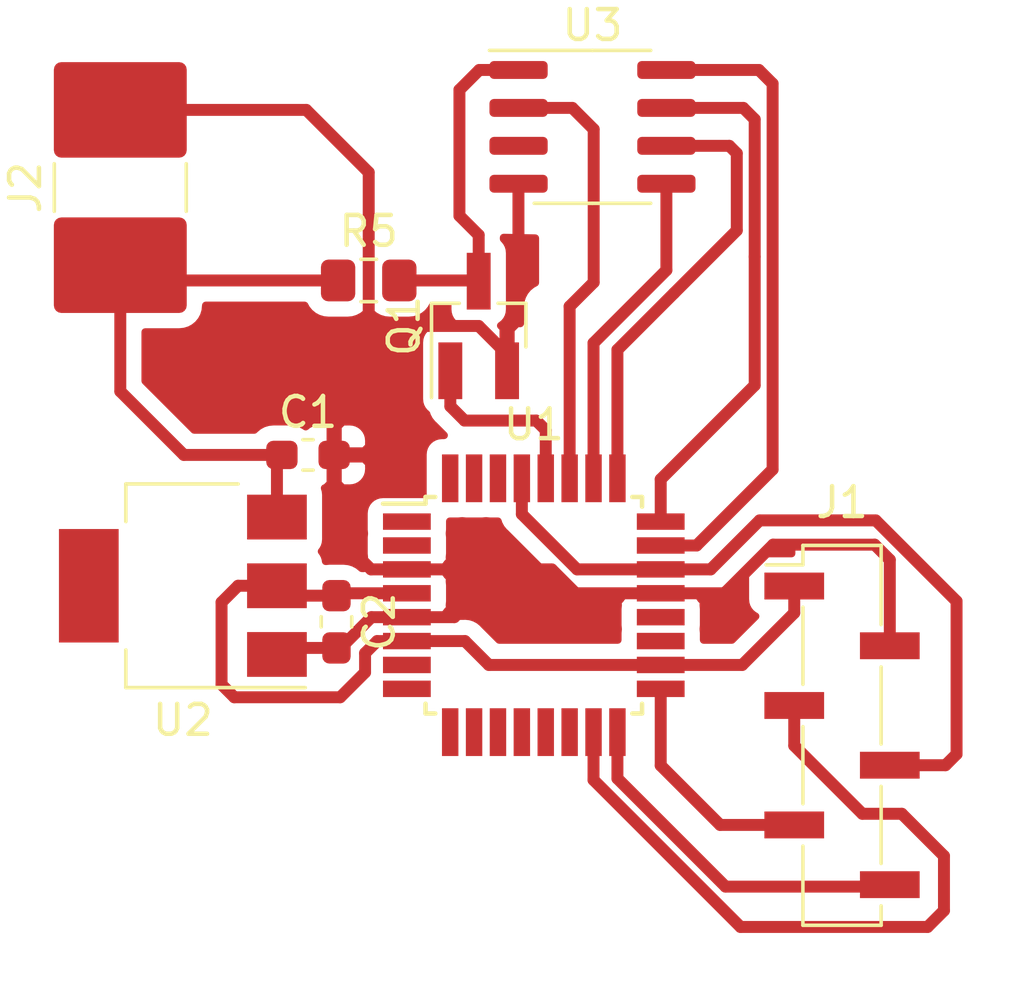
<source format=kicad_pcb>
(kicad_pcb (version 20171130) (host pcbnew 5.1.6-c6e7f7d~86~ubuntu18.04.1)

  (general
    (thickness 1.6)
    (drawings 0)
    (tracks 124)
    (zones 0)
    (modules 9)
    (nets 15)
  )

  (page A4)
  (layers
    (0 F.Cu signal)
    (31 B.Cu signal)
    (32 B.Adhes user)
    (33 F.Adhes user)
    (34 B.Paste user)
    (35 F.Paste user)
    (36 B.SilkS user)
    (37 F.SilkS user)
    (38 B.Mask user)
    (39 F.Mask user)
    (40 Dwgs.User user)
    (41 Cmts.User user)
    (42 Eco1.User user)
    (43 Eco2.User user)
    (44 Edge.Cuts user)
    (45 Margin user)
    (46 B.CrtYd user)
    (47 F.CrtYd user)
    (48 B.Fab user)
    (49 F.Fab user)
  )

  (setup
    (last_trace_width 0.4)
    (user_trace_width 0.4)
    (user_trace_width 1)
    (trace_clearance 0.2)
    (zone_clearance 0.508)
    (zone_45_only no)
    (trace_min 0.2)
    (via_size 0.8)
    (via_drill 0.4)
    (via_min_size 0.4)
    (via_min_drill 0.3)
    (uvia_size 0.3)
    (uvia_drill 0.1)
    (uvias_allowed no)
    (uvia_min_size 0.2)
    (uvia_min_drill 0.1)
    (edge_width 0.05)
    (segment_width 0.2)
    (pcb_text_width 0.3)
    (pcb_text_size 1.5 1.5)
    (mod_edge_width 0.12)
    (mod_text_size 1 1)
    (mod_text_width 0.15)
    (pad_size 1.524 1.524)
    (pad_drill 0.762)
    (pad_to_mask_clearance 0.05)
    (aux_axis_origin 0 0)
    (visible_elements FFFFFF7F)
    (pcbplotparams
      (layerselection 0x00000_7fffffff)
      (usegerberextensions false)
      (usegerberattributes true)
      (usegerberadvancedattributes true)
      (creategerberjobfile true)
      (excludeedgelayer true)
      (linewidth 0.020000)
      (plotframeref false)
      (viasonmask false)
      (mode 1)
      (useauxorigin false)
      (hpglpennumber 1)
      (hpglpenspeed 20)
      (hpglpendiameter 15.000000)
      (psnegative true)
      (psa4output false)
      (plotreference true)
      (plotvalue true)
      (plotinvisibletext false)
      (padsonsilk false)
      (subtractmaskfromsilk false)
      (outputformat 5)
      (mirror false)
      (drillshape 0)
      (scaleselection 1)
      (outputdirectory "./"))
  )

  (net 0 "")
  (net 1 GND)
  (net 2 +12V)
  (net 3 +5V)
  (net 4 "Net-(J1-Pad6)")
  (net 5 "Net-(J1-Pad5)")
  (net 6 "Net-(J1-Pad4)")
  (net 7 "Net-(J1-Pad3)")
  (net 8 "Net-(Q1-Pad3)")
  (net 9 "Net-(Q1-Pad1)")
  (net 10 "Net-(U1-Pad23)")
  (net 11 "Net-(U1-Pad27)")
  (net 12 "Net-(U1-Pad26)")
  (net 13 "Net-(U1-Pad25)")
  (net 14 "Net-(U1-Pad24)")

  (net_class Default "This is the default net class."
    (clearance 0.2)
    (trace_width 0.25)
    (via_dia 0.8)
    (via_drill 0.4)
    (uvia_dia 0.3)
    (uvia_drill 0.1)
    (add_net +12V)
    (add_net +5V)
    (add_net GND)
    (add_net "Net-(J1-Pad3)")
    (add_net "Net-(J1-Pad4)")
    (add_net "Net-(J1-Pad5)")
    (add_net "Net-(J1-Pad6)")
    (add_net "Net-(Q1-Pad1)")
    (add_net "Net-(Q1-Pad3)")
    (add_net "Net-(U1-Pad1)")
    (add_net "Net-(U1-Pad10)")
    (add_net "Net-(U1-Pad11)")
    (add_net "Net-(U1-Pad12)")
    (add_net "Net-(U1-Pad13)")
    (add_net "Net-(U1-Pad14)")
    (add_net "Net-(U1-Pad19)")
    (add_net "Net-(U1-Pad2)")
    (add_net "Net-(U1-Pad20)")
    (add_net "Net-(U1-Pad23)")
    (add_net "Net-(U1-Pad24)")
    (add_net "Net-(U1-Pad25)")
    (add_net "Net-(U1-Pad26)")
    (add_net "Net-(U1-Pad27)")
    (add_net "Net-(U1-Pad30)")
    (add_net "Net-(U1-Pad31)")
    (add_net "Net-(U1-Pad32)")
    (add_net "Net-(U1-Pad7)")
    (add_net "Net-(U1-Pad8)")
    (add_net "Net-(U1-Pad9)")
    (add_net "Net-(U3-Pad3)")
  )

  (module Connector_PinSocket_2.00mm:PinSocket_1x06_P2.00mm_Vertical_SMD_Pin1Left (layer F.Cu) (tedit 5A19A429) (tstamp 5EF01663)
    (at 269.43812 49.66716)
    (descr "surface-mounted straight socket strip, 1x06, 2.00mm pitch, single row, style 1 (pin 1 left) (https://www.jayconsystems.com/fileuploader/download/download/?d=1&file=custom%2Fupload%2FFile-1375728122.pdf), script generated")
    (tags "Surface mounted socket strip SMD 1x06 2.00mm single row style1 pin1 left")
    (path /5EF73616)
    (attr smd)
    (fp_text reference J1 (at 0 -7.8) (layer F.SilkS)
      (effects (font (size 1 1) (thickness 0.15)))
    )
    (fp_text value programmer_isp (at 0 7.8) (layer F.Fab)
      (effects (font (size 1 1) (thickness 0.15)))
    )
    (fp_line (start -3.1 6.8) (end -3.1 -6.8) (layer F.CrtYd) (width 0.05))
    (fp_line (start 3.1 6.8) (end -3.1 6.8) (layer F.CrtYd) (width 0.05))
    (fp_line (start 3.1 -6.8) (end 3.1 6.8) (layer F.CrtYd) (width 0.05))
    (fp_line (start -3.1 -6.8) (end 3.1 -6.8) (layer F.CrtYd) (width 0.05))
    (fp_line (start 2.1 5.25) (end 1.25 5.25) (layer F.Fab) (width 0.1))
    (fp_line (start 2.1 4.75) (end 2.1 5.25) (layer F.Fab) (width 0.1))
    (fp_line (start 1.25 4.75) (end 2.1 4.75) (layer F.Fab) (width 0.1))
    (fp_line (start -2.1 3.25) (end -2.1 2.75) (layer F.Fab) (width 0.1))
    (fp_line (start -1.25 3.25) (end -2.1 3.25) (layer F.Fab) (width 0.1))
    (fp_line (start -2.1 2.75) (end -1.25 2.75) (layer F.Fab) (width 0.1))
    (fp_line (start 2.1 1.25) (end 1.25 1.25) (layer F.Fab) (width 0.1))
    (fp_line (start 2.1 0.75) (end 2.1 1.25) (layer F.Fab) (width 0.1))
    (fp_line (start 1.25 0.75) (end 2.1 0.75) (layer F.Fab) (width 0.1))
    (fp_line (start -2.1 -0.75) (end -2.1 -1.25) (layer F.Fab) (width 0.1))
    (fp_line (start -1.25 -0.75) (end -2.1 -0.75) (layer F.Fab) (width 0.1))
    (fp_line (start -2.1 -1.25) (end -1.25 -1.25) (layer F.Fab) (width 0.1))
    (fp_line (start 2.1 -2.75) (end 1.25 -2.75) (layer F.Fab) (width 0.1))
    (fp_line (start 2.1 -3.25) (end 2.1 -2.75) (layer F.Fab) (width 0.1))
    (fp_line (start 1.25 -3.25) (end 2.1 -3.25) (layer F.Fab) (width 0.1))
    (fp_line (start -2.1 -4.75) (end -2.1 -5.25) (layer F.Fab) (width 0.1))
    (fp_line (start -1.25 -4.75) (end -2.1 -4.75) (layer F.Fab) (width 0.1))
    (fp_line (start -2.1 -5.25) (end -1.25 -5.25) (layer F.Fab) (width 0.1))
    (fp_line (start -1.25 -5.675) (end -0.625 -6.3) (layer F.Fab) (width 0.1))
    (fp_line (start -1.25 6.3) (end -1.25 -5.675) (layer F.Fab) (width 0.1))
    (fp_line (start 1.25 6.3) (end -1.25 6.3) (layer F.Fab) (width 0.1))
    (fp_line (start 1.25 -6.3) (end 1.25 6.3) (layer F.Fab) (width 0.1))
    (fp_line (start -0.625 -6.3) (end 1.25 -6.3) (layer F.Fab) (width 0.1))
    (fp_line (start -2.54 -5.71) (end -1.31 -5.71) (layer F.SilkS) (width 0.12))
    (fp_line (start -1.31 3.71) (end -1.31 6.36) (layer F.SilkS) (width 0.12))
    (fp_line (start -1.31 -0.29) (end -1.31 2.29) (layer F.SilkS) (width 0.12))
    (fp_line (start -1.31 -4.29) (end -1.31 -1.71) (layer F.SilkS) (width 0.12))
    (fp_line (start -1.31 -6.36) (end -1.31 -5.71) (layer F.SilkS) (width 0.12))
    (fp_line (start -1.31 6.36) (end 1.31 6.36) (layer F.SilkS) (width 0.12))
    (fp_line (start 1.31 5.71) (end 1.31 6.36) (layer F.SilkS) (width 0.12))
    (fp_line (start 1.31 1.71) (end 1.31 4.29) (layer F.SilkS) (width 0.12))
    (fp_line (start 1.31 -2.29) (end 1.31 0.29) (layer F.SilkS) (width 0.12))
    (fp_line (start 1.31 -6.36) (end 1.31 -3.71) (layer F.SilkS) (width 0.12))
    (fp_line (start -1.31 -6.36) (end 1.31 -6.36) (layer F.SilkS) (width 0.12))
    (fp_text user %R (at 0 0 90) (layer F.Fab)
      (effects (font (size 1 1) (thickness 0.15)))
    )
    (pad 6 smd rect (at 1.6 5) (size 2 0.9) (layers F.Cu F.Paste F.Mask)
      (net 4 "Net-(J1-Pad6)"))
    (pad 4 smd rect (at 1.6 1) (size 2 0.9) (layers F.Cu F.Paste F.Mask)
      (net 6 "Net-(J1-Pad4)"))
    (pad 2 smd rect (at 1.6 -3) (size 2 0.9) (layers F.Cu F.Paste F.Mask)
      (net 1 GND))
    (pad 5 smd rect (at -1.6 3) (size 2 0.9) (layers F.Cu F.Paste F.Mask)
      (net 5 "Net-(J1-Pad5)"))
    (pad 3 smd rect (at -1.6 -1) (size 2 0.9) (layers F.Cu F.Paste F.Mask)
      (net 7 "Net-(J1-Pad3)"))
    (pad 1 smd rect (at -1.6 -5) (size 2 0.9) (layers F.Cu F.Paste F.Mask)
      (net 3 +5V))
    (model ${KISYS3DMOD}/Connector_PinSocket_2.00mm.3dshapes/PinSocket_1x06_P2.00mm_Vertical_SMD_Pin1Left.wrl
      (at (xyz 0 0 0))
      (scale (xyz 1 1 1))
      (rotate (xyz 0 0 0))
    )
  )

  (module Capacitor_SMD:C_2816_7142Metric_Pad3.20x4.45mm_HandSolder (layer F.Cu) (tedit 5B341556) (tstamp 5EEFFA17)
    (at 245.27002 31.32328 90)
    (descr "Capacitor SMD 2816 (7142 Metric), square (rectangular) end terminal, IPC_7351 nominal with elongated pad for handsoldering. (Body size from: https://www.vishay.com/docs/30100/wsl.pdf), generated with kicad-footprint-generator")
    (tags "capacitor handsolder")
    (path /5EF5388B)
    (attr smd)
    (fp_text reference J2 (at 0 -3.18 90) (layer F.SilkS)
      (effects (font (size 1 1) (thickness 0.15)))
    )
    (fp_text value power_supply (at 0 3.18 90) (layer F.Fab)
      (effects (font (size 1 1) (thickness 0.15)))
    )
    (fp_line (start 4.45 2.48) (end -4.45 2.48) (layer F.CrtYd) (width 0.05))
    (fp_line (start 4.45 -2.48) (end 4.45 2.48) (layer F.CrtYd) (width 0.05))
    (fp_line (start -4.45 -2.48) (end 4.45 -2.48) (layer F.CrtYd) (width 0.05))
    (fp_line (start -4.45 2.48) (end -4.45 -2.48) (layer F.CrtYd) (width 0.05))
    (fp_line (start -0.797369 2.21) (end 0.797369 2.21) (layer F.SilkS) (width 0.12))
    (fp_line (start -0.797369 -2.21) (end 0.797369 -2.21) (layer F.SilkS) (width 0.12))
    (fp_line (start 3.55 2.1) (end -3.55 2.1) (layer F.Fab) (width 0.1))
    (fp_line (start 3.55 -2.1) (end 3.55 2.1) (layer F.Fab) (width 0.1))
    (fp_line (start -3.55 -2.1) (end 3.55 -2.1) (layer F.Fab) (width 0.1))
    (fp_line (start -3.55 2.1) (end -3.55 -2.1) (layer F.Fab) (width 0.1))
    (fp_text user %R (at 0 0 90) (layer F.Fab)
      (effects (font (size 1 1) (thickness 0.15)))
    )
    (pad 2 smd roundrect (at 2.6 0 90) (size 3.2 4.45) (layers F.Cu F.Paste F.Mask) (roundrect_rratio 0.078125)
      (net 1 GND))
    (pad 1 smd roundrect (at -2.6 0 90) (size 3.2 4.45) (layers F.Cu F.Paste F.Mask) (roundrect_rratio 0.078125)
      (net 2 +12V))
    (model ${KISYS3DMOD}/Capacitor_SMD.3dshapes/C_2816_7142Metric.wrl
      (at (xyz 0 0 0))
      (scale (xyz 1 1 1))
      (rotate (xyz 0 0 0))
    )
  )

  (module Package_TO_SOT_SMD:SOT-23_Handsoldering (layer F.Cu) (tedit 5A0AB76C) (tstamp 5EEFD3E1)
    (at 257.27152 35.95878 90)
    (descr "SOT-23, Handsoldering")
    (tags SOT-23)
    (path /5EEFA453)
    (attr smd)
    (fp_text reference Q1 (at 0 -2.5 90) (layer F.SilkS)
      (effects (font (size 1 1) (thickness 0.15)))
    )
    (fp_text value BCR108 (at 0 2.5 90) (layer F.Fab)
      (effects (font (size 1 1) (thickness 0.15)))
    )
    (fp_line (start 0.76 1.58) (end -0.7 1.58) (layer F.SilkS) (width 0.12))
    (fp_line (start -0.7 1.52) (end 0.7 1.52) (layer F.Fab) (width 0.1))
    (fp_line (start 0.7 -1.52) (end 0.7 1.52) (layer F.Fab) (width 0.1))
    (fp_line (start -0.7 -0.95) (end -0.15 -1.52) (layer F.Fab) (width 0.1))
    (fp_line (start -0.15 -1.52) (end 0.7 -1.52) (layer F.Fab) (width 0.1))
    (fp_line (start -0.7 -0.95) (end -0.7 1.5) (layer F.Fab) (width 0.1))
    (fp_line (start 0.76 -1.58) (end -2.4 -1.58) (layer F.SilkS) (width 0.12))
    (fp_line (start -2.7 1.75) (end -2.7 -1.75) (layer F.CrtYd) (width 0.05))
    (fp_line (start 2.7 1.75) (end -2.7 1.75) (layer F.CrtYd) (width 0.05))
    (fp_line (start 2.7 -1.75) (end 2.7 1.75) (layer F.CrtYd) (width 0.05))
    (fp_line (start -2.7 -1.75) (end 2.7 -1.75) (layer F.CrtYd) (width 0.05))
    (fp_line (start 0.76 -1.58) (end 0.76 -0.65) (layer F.SilkS) (width 0.12))
    (fp_line (start 0.76 1.58) (end 0.76 0.65) (layer F.SilkS) (width 0.12))
    (fp_text user %R (at 0 0) (layer F.Fab)
      (effects (font (size 0.5 0.5) (thickness 0.075)))
    )
    (pad 3 smd rect (at 1.5 0 90) (size 1.9 0.8) (layers F.Cu F.Paste F.Mask)
      (net 8 "Net-(Q1-Pad3)"))
    (pad 2 smd rect (at -1.5 0.95 90) (size 1.9 0.8) (layers F.Cu F.Paste F.Mask)
      (net 1 GND))
    (pad 1 smd rect (at -1.5 -0.95 90) (size 1.9 0.8) (layers F.Cu F.Paste F.Mask)
      (net 9 "Net-(Q1-Pad1)"))
    (model ${KISYS3DMOD}/Package_TO_SOT_SMD.3dshapes/SOT-23.wrl
      (at (xyz 0 0 0))
      (scale (xyz 1 1 1))
      (rotate (xyz 0 0 0))
    )
  )

  (module Package_SO:SOIC-8_3.9x4.9mm_P1.27mm (layer F.Cu) (tedit 5C97300E) (tstamp 5EEFF2F9)
    (at 261.08152 29.29128)
    (descr "SOIC, 8 Pin (JEDEC MS-012AA, https://www.analog.com/media/en/package-pcb-resources/package/pkg_pdf/soic_narrow-r/r_8.pdf), generated with kicad-footprint-generator ipc_gullwing_generator.py")
    (tags "SOIC SO")
    (path /5EFE569D)
    (attr smd)
    (fp_text reference U3 (at 0 -3.4) (layer F.SilkS)
      (effects (font (size 1 1) (thickness 0.15)))
    )
    (fp_text value ATTINY13A-SSU (at 0 3.4) (layer F.Fab)
      (effects (font (size 1 1) (thickness 0.15)))
    )
    (fp_line (start 3.7 -2.7) (end -3.7 -2.7) (layer F.CrtYd) (width 0.05))
    (fp_line (start 3.7 2.7) (end 3.7 -2.7) (layer F.CrtYd) (width 0.05))
    (fp_line (start -3.7 2.7) (end 3.7 2.7) (layer F.CrtYd) (width 0.05))
    (fp_line (start -3.7 -2.7) (end -3.7 2.7) (layer F.CrtYd) (width 0.05))
    (fp_line (start -1.95 -1.475) (end -0.975 -2.45) (layer F.Fab) (width 0.1))
    (fp_line (start -1.95 2.45) (end -1.95 -1.475) (layer F.Fab) (width 0.1))
    (fp_line (start 1.95 2.45) (end -1.95 2.45) (layer F.Fab) (width 0.1))
    (fp_line (start 1.95 -2.45) (end 1.95 2.45) (layer F.Fab) (width 0.1))
    (fp_line (start -0.975 -2.45) (end 1.95 -2.45) (layer F.Fab) (width 0.1))
    (fp_line (start 0 -2.56) (end -3.45 -2.56) (layer F.SilkS) (width 0.12))
    (fp_line (start 0 -2.56) (end 1.95 -2.56) (layer F.SilkS) (width 0.12))
    (fp_line (start 0 2.56) (end -1.95 2.56) (layer F.SilkS) (width 0.12))
    (fp_line (start 0 2.56) (end 1.95 2.56) (layer F.SilkS) (width 0.12))
    (fp_text user %R (at 0 0) (layer F.Fab)
      (effects (font (size 0.98 0.98) (thickness 0.15)))
    )
    (pad 8 smd roundrect (at 2.475 -1.905) (size 1.95 0.6) (layers F.Cu F.Paste F.Mask) (roundrect_rratio 0.25)
      (net 10 "Net-(U1-Pad23)"))
    (pad 7 smd roundrect (at 2.475 -0.635) (size 1.95 0.6) (layers F.Cu F.Paste F.Mask) (roundrect_rratio 0.25)
      (net 14 "Net-(U1-Pad24)"))
    (pad 6 smd roundrect (at 2.475 0.635) (size 1.95 0.6) (layers F.Cu F.Paste F.Mask) (roundrect_rratio 0.25)
      (net 13 "Net-(U1-Pad25)"))
    (pad 5 smd roundrect (at 2.475 1.905) (size 1.95 0.6) (layers F.Cu F.Paste F.Mask) (roundrect_rratio 0.25)
      (net 12 "Net-(U1-Pad26)"))
    (pad 4 smd roundrect (at -2.475 1.905) (size 1.95 0.6) (layers F.Cu F.Paste F.Mask) (roundrect_rratio 0.25)
      (net 1 GND))
    (pad 3 smd roundrect (at -2.475 0.635) (size 1.95 0.6) (layers F.Cu F.Paste F.Mask) (roundrect_rratio 0.25))
    (pad 2 smd roundrect (at -2.475 -0.635) (size 1.95 0.6) (layers F.Cu F.Paste F.Mask) (roundrect_rratio 0.25)
      (net 11 "Net-(U1-Pad27)"))
    (pad 1 smd roundrect (at -2.475 -1.905) (size 1.95 0.6) (layers F.Cu F.Paste F.Mask) (roundrect_rratio 0.25)
      (net 8 "Net-(Q1-Pad3)"))
    (model ${KISYS3DMOD}/Package_SO.3dshapes/SOIC-8_3.9x4.9mm_P1.27mm.wrl
      (at (xyz 0 0 0))
      (scale (xyz 1 1 1))
      (rotate (xyz 0 0 0))
    )
  )

  (module Package_QFP:TQFP-32_7x7mm_P0.8mm (layer F.Cu) (tedit 5A02F146) (tstamp 5EEFEB78)
    (at 259.116721 45.309681)
    (descr "32-Lead Plastic Thin Quad Flatpack (PT) - 7x7x1.0 mm Body, 2.00 mm [TQFP] (see Microchip Packaging Specification 00000049BS.pdf)")
    (tags "QFP 0.8")
    (path /5EFCCA44)
    (attr smd)
    (fp_text reference U1 (at 0 -6.05) (layer F.SilkS)
      (effects (font (size 1 1) (thickness 0.15)))
    )
    (fp_text value ATMEGA8A-AU (at 0 6.05) (layer F.Fab)
      (effects (font (size 1 1) (thickness 0.15)))
    )
    (fp_line (start -3.625 -3.4) (end -5.05 -3.4) (layer F.SilkS) (width 0.15))
    (fp_line (start 3.625 -3.625) (end 3.3 -3.625) (layer F.SilkS) (width 0.15))
    (fp_line (start 3.625 3.625) (end 3.3 3.625) (layer F.SilkS) (width 0.15))
    (fp_line (start -3.625 3.625) (end -3.3 3.625) (layer F.SilkS) (width 0.15))
    (fp_line (start -3.625 -3.625) (end -3.3 -3.625) (layer F.SilkS) (width 0.15))
    (fp_line (start -3.625 3.625) (end -3.625 3.3) (layer F.SilkS) (width 0.15))
    (fp_line (start 3.625 3.625) (end 3.625 3.3) (layer F.SilkS) (width 0.15))
    (fp_line (start 3.625 -3.625) (end 3.625 -3.3) (layer F.SilkS) (width 0.15))
    (fp_line (start -3.625 -3.625) (end -3.625 -3.4) (layer F.SilkS) (width 0.15))
    (fp_line (start -5.3 5.3) (end 5.3 5.3) (layer F.CrtYd) (width 0.05))
    (fp_line (start -5.3 -5.3) (end 5.3 -5.3) (layer F.CrtYd) (width 0.05))
    (fp_line (start 5.3 -5.3) (end 5.3 5.3) (layer F.CrtYd) (width 0.05))
    (fp_line (start -5.3 -5.3) (end -5.3 5.3) (layer F.CrtYd) (width 0.05))
    (fp_line (start -3.5 -2.5) (end -2.5 -3.5) (layer F.Fab) (width 0.15))
    (fp_line (start -3.5 3.5) (end -3.5 -2.5) (layer F.Fab) (width 0.15))
    (fp_line (start 3.5 3.5) (end -3.5 3.5) (layer F.Fab) (width 0.15))
    (fp_line (start 3.5 -3.5) (end 3.5 3.5) (layer F.Fab) (width 0.15))
    (fp_line (start -2.5 -3.5) (end 3.5 -3.5) (layer F.Fab) (width 0.15))
    (fp_text user %R (at 0 0) (layer F.Fab)
      (effects (font (size 1 1) (thickness 0.15)))
    )
    (pad 32 smd rect (at -2.8 -4.25 90) (size 1.6 0.55) (layers F.Cu F.Paste F.Mask))
    (pad 31 smd rect (at -2 -4.25 90) (size 1.6 0.55) (layers F.Cu F.Paste F.Mask))
    (pad 30 smd rect (at -1.2 -4.25 90) (size 1.6 0.55) (layers F.Cu F.Paste F.Mask))
    (pad 29 smd rect (at -0.4 -4.25 90) (size 1.6 0.55) (layers F.Cu F.Paste F.Mask)
      (net 6 "Net-(J1-Pad4)"))
    (pad 28 smd rect (at 0.4 -4.25 90) (size 1.6 0.55) (layers F.Cu F.Paste F.Mask)
      (net 9 "Net-(Q1-Pad1)"))
    (pad 27 smd rect (at 1.2 -4.25 90) (size 1.6 0.55) (layers F.Cu F.Paste F.Mask)
      (net 11 "Net-(U1-Pad27)"))
    (pad 26 smd rect (at 2 -4.25 90) (size 1.6 0.55) (layers F.Cu F.Paste F.Mask)
      (net 12 "Net-(U1-Pad26)"))
    (pad 25 smd rect (at 2.8 -4.25 90) (size 1.6 0.55) (layers F.Cu F.Paste F.Mask)
      (net 13 "Net-(U1-Pad25)"))
    (pad 24 smd rect (at 4.25 -2.8) (size 1.6 0.55) (layers F.Cu F.Paste F.Mask)
      (net 14 "Net-(U1-Pad24)"))
    (pad 23 smd rect (at 4.25 -2) (size 1.6 0.55) (layers F.Cu F.Paste F.Mask)
      (net 10 "Net-(U1-Pad23)"))
    (pad 22 smd rect (at 4.25 -1.2) (size 1.6 0.55) (layers F.Cu F.Paste F.Mask)
      (net 6 "Net-(J1-Pad4)"))
    (pad 21 smd rect (at 4.25 -0.4) (size 1.6 0.55) (layers F.Cu F.Paste F.Mask)
      (net 1 GND))
    (pad 20 smd rect (at 4.25 0.4) (size 1.6 0.55) (layers F.Cu F.Paste F.Mask))
    (pad 19 smd rect (at 4.25 1.2) (size 1.6 0.55) (layers F.Cu F.Paste F.Mask))
    (pad 18 smd rect (at 4.25 2) (size 1.6 0.55) (layers F.Cu F.Paste F.Mask)
      (net 3 +5V))
    (pad 17 smd rect (at 4.25 2.8) (size 1.6 0.55) (layers F.Cu F.Paste F.Mask)
      (net 5 "Net-(J1-Pad5)"))
    (pad 16 smd rect (at 2.8 4.25 90) (size 1.6 0.55) (layers F.Cu F.Paste F.Mask)
      (net 4 "Net-(J1-Pad6)"))
    (pad 15 smd rect (at 2 4.25 90) (size 1.6 0.55) (layers F.Cu F.Paste F.Mask)
      (net 7 "Net-(J1-Pad3)"))
    (pad 14 smd rect (at 1.2 4.25 90) (size 1.6 0.55) (layers F.Cu F.Paste F.Mask))
    (pad 13 smd rect (at 0.4 4.25 90) (size 1.6 0.55) (layers F.Cu F.Paste F.Mask))
    (pad 12 smd rect (at -0.4 4.25 90) (size 1.6 0.55) (layers F.Cu F.Paste F.Mask))
    (pad 11 smd rect (at -1.2 4.25 90) (size 1.6 0.55) (layers F.Cu F.Paste F.Mask))
    (pad 10 smd rect (at -2 4.25 90) (size 1.6 0.55) (layers F.Cu F.Paste F.Mask))
    (pad 9 smd rect (at -2.8 4.25 90) (size 1.6 0.55) (layers F.Cu F.Paste F.Mask))
    (pad 8 smd rect (at -4.25 2.8) (size 1.6 0.55) (layers F.Cu F.Paste F.Mask))
    (pad 7 smd rect (at -4.25 2) (size 1.6 0.55) (layers F.Cu F.Paste F.Mask))
    (pad 6 smd rect (at -4.25 1.2) (size 1.6 0.55) (layers F.Cu F.Paste F.Mask)
      (net 3 +5V))
    (pad 5 smd rect (at -4.25 0.4) (size 1.6 0.55) (layers F.Cu F.Paste F.Mask)
      (net 1 GND))
    (pad 4 smd rect (at -4.25 -0.4) (size 1.6 0.55) (layers F.Cu F.Paste F.Mask)
      (net 3 +5V))
    (pad 3 smd rect (at -4.25 -1.2) (size 1.6 0.55) (layers F.Cu F.Paste F.Mask)
      (net 1 GND))
    (pad 2 smd rect (at -4.25 -2) (size 1.6 0.55) (layers F.Cu F.Paste F.Mask))
    (pad 1 smd rect (at -4.25 -2.8) (size 1.6 0.55) (layers F.Cu F.Paste F.Mask))
    (model ${KISYS3DMOD}/Package_QFP.3dshapes/TQFP-32_7x7mm_P0.8mm.wrl
      (at (xyz 0 0 0))
      (scale (xyz 1 1 1))
      (rotate (xyz 0 0 0))
    )
  )

  (module Package_TO_SOT_SMD:SOT-223 (layer F.Cu) (tedit 5A02FF57) (tstamp 5EEFF8E7)
    (at 247.36552 44.65828 180)
    (descr "module CMS SOT223 4 pins")
    (tags "CMS SOT")
    (path /5EF9C7B1)
    (attr smd)
    (fp_text reference U2 (at 0 -4.5) (layer F.SilkS)
      (effects (font (size 1 1) (thickness 0.15)))
    )
    (fp_text value LM1117-5.0 (at 0 4.5) (layer F.Fab)
      (effects (font (size 1 1) (thickness 0.15)))
    )
    (fp_line (start 1.85 -3.35) (end 1.85 3.35) (layer F.Fab) (width 0.1))
    (fp_line (start -1.85 3.35) (end 1.85 3.35) (layer F.Fab) (width 0.1))
    (fp_line (start -4.1 -3.41) (end 1.91 -3.41) (layer F.SilkS) (width 0.12))
    (fp_line (start -0.8 -3.35) (end 1.85 -3.35) (layer F.Fab) (width 0.1))
    (fp_line (start -1.85 3.41) (end 1.91 3.41) (layer F.SilkS) (width 0.12))
    (fp_line (start -1.85 -2.3) (end -1.85 3.35) (layer F.Fab) (width 0.1))
    (fp_line (start -4.4 -3.6) (end -4.4 3.6) (layer F.CrtYd) (width 0.05))
    (fp_line (start -4.4 3.6) (end 4.4 3.6) (layer F.CrtYd) (width 0.05))
    (fp_line (start 4.4 3.6) (end 4.4 -3.6) (layer F.CrtYd) (width 0.05))
    (fp_line (start 4.4 -3.6) (end -4.4 -3.6) (layer F.CrtYd) (width 0.05))
    (fp_line (start 1.91 -3.41) (end 1.91 -2.15) (layer F.SilkS) (width 0.12))
    (fp_line (start 1.91 3.41) (end 1.91 2.15) (layer F.SilkS) (width 0.12))
    (fp_line (start -1.85 -2.3) (end -0.8 -3.35) (layer F.Fab) (width 0.1))
    (fp_text user %R (at 0 0 90) (layer F.Fab)
      (effects (font (size 0.8 0.8) (thickness 0.12)))
    )
    (pad 1 smd rect (at -3.15 -2.3 180) (size 2 1.5) (layers F.Cu F.Paste F.Mask)
      (net 1 GND))
    (pad 3 smd rect (at -3.15 2.3 180) (size 2 1.5) (layers F.Cu F.Paste F.Mask)
      (net 2 +12V))
    (pad 2 smd rect (at -3.15 0 180) (size 2 1.5) (layers F.Cu F.Paste F.Mask)
      (net 3 +5V))
    (pad 4 smd rect (at 3.15 0 180) (size 2 3.8) (layers F.Cu F.Paste F.Mask))
    (model ${KISYS3DMOD}/Package_TO_SOT_SMD.3dshapes/SOT-223.wrl
      (at (xyz 0 0 0))
      (scale (xyz 1 1 1))
      (rotate (xyz 0 0 0))
    )
  )

  (module Resistor_SMD:R_0805_2012Metric_Pad1.15x1.40mm_HandSolder (layer F.Cu) (tedit 5B36C52B) (tstamp 5EF00471)
    (at 253.58852 34.43478)
    (descr "Resistor SMD 0805 (2012 Metric), square (rectangular) end terminal, IPC_7351 nominal with elongated pad for handsoldering. (Body size source: https://docs.google.com/spreadsheets/d/1BsfQQcO9C6DZCsRaXUlFlo91Tg2WpOkGARC1WS5S8t0/edit?usp=sharing), generated with kicad-footprint-generator")
    (tags "resistor handsolder")
    (path /5EF089E8)
    (attr smd)
    (fp_text reference R5 (at 0 -1.65) (layer F.SilkS)
      (effects (font (size 1 1) (thickness 0.15)))
    )
    (fp_text value 1k (at 0 1.65) (layer F.Fab)
      (effects (font (size 1 1) (thickness 0.15)))
    )
    (fp_line (start 1.85 0.95) (end -1.85 0.95) (layer F.CrtYd) (width 0.05))
    (fp_line (start 1.85 -0.95) (end 1.85 0.95) (layer F.CrtYd) (width 0.05))
    (fp_line (start -1.85 -0.95) (end 1.85 -0.95) (layer F.CrtYd) (width 0.05))
    (fp_line (start -1.85 0.95) (end -1.85 -0.95) (layer F.CrtYd) (width 0.05))
    (fp_line (start -0.261252 0.71) (end 0.261252 0.71) (layer F.SilkS) (width 0.12))
    (fp_line (start -0.261252 -0.71) (end 0.261252 -0.71) (layer F.SilkS) (width 0.12))
    (fp_line (start 1 0.6) (end -1 0.6) (layer F.Fab) (width 0.1))
    (fp_line (start 1 -0.6) (end 1 0.6) (layer F.Fab) (width 0.1))
    (fp_line (start -1 -0.6) (end 1 -0.6) (layer F.Fab) (width 0.1))
    (fp_line (start -1 0.6) (end -1 -0.6) (layer F.Fab) (width 0.1))
    (fp_text user %R (at 0 0) (layer F.Fab)
      (effects (font (size 0.5 0.5) (thickness 0.08)))
    )
    (pad 2 smd roundrect (at 1.025 0) (size 1.15 1.4) (layers F.Cu F.Paste F.Mask) (roundrect_rratio 0.217391)
      (net 8 "Net-(Q1-Pad3)"))
    (pad 1 smd roundrect (at -1.025 0) (size 1.15 1.4) (layers F.Cu F.Paste F.Mask) (roundrect_rratio 0.217391)
      (net 2 +12V))
    (model ${KISYS3DMOD}/Resistor_SMD.3dshapes/R_0805_2012Metric.wrl
      (at (xyz 0 0 0))
      (scale (xyz 1 1 1))
      (rotate (xyz 0 0 0))
    )
  )

  (module Capacitor_SMD:C_0603_1608Metric_Pad1.05x0.95mm_HandSolder (layer F.Cu) (tedit 5B301BBE) (tstamp 5EEFF953)
    (at 252.50902 45.86478 270)
    (descr "Capacitor SMD 0603 (1608 Metric), square (rectangular) end terminal, IPC_7351 nominal with elongated pad for handsoldering. (Body size source: http://www.tortai-tech.com/upload/download/2011102023233369053.pdf), generated with kicad-footprint-generator")
    (tags "capacitor handsolder")
    (path /5EF134E8)
    (attr smd)
    (fp_text reference C2 (at 0 -1.43 90) (layer F.SilkS)
      (effects (font (size 1 1) (thickness 0.15)))
    )
    (fp_text value 0.1uF (at 0 1.43 90) (layer F.Fab)
      (effects (font (size 1 1) (thickness 0.15)))
    )
    (fp_line (start 1.65 0.73) (end -1.65 0.73) (layer F.CrtYd) (width 0.05))
    (fp_line (start 1.65 -0.73) (end 1.65 0.73) (layer F.CrtYd) (width 0.05))
    (fp_line (start -1.65 -0.73) (end 1.65 -0.73) (layer F.CrtYd) (width 0.05))
    (fp_line (start -1.65 0.73) (end -1.65 -0.73) (layer F.CrtYd) (width 0.05))
    (fp_line (start -0.171267 0.51) (end 0.171267 0.51) (layer F.SilkS) (width 0.12))
    (fp_line (start -0.171267 -0.51) (end 0.171267 -0.51) (layer F.SilkS) (width 0.12))
    (fp_line (start 0.8 0.4) (end -0.8 0.4) (layer F.Fab) (width 0.1))
    (fp_line (start 0.8 -0.4) (end 0.8 0.4) (layer F.Fab) (width 0.1))
    (fp_line (start -0.8 -0.4) (end 0.8 -0.4) (layer F.Fab) (width 0.1))
    (fp_line (start -0.8 0.4) (end -0.8 -0.4) (layer F.Fab) (width 0.1))
    (fp_text user %R (at 0 0 90) (layer F.Fab)
      (effects (font (size 0.4 0.4) (thickness 0.06)))
    )
    (pad 2 smd roundrect (at 0.875 0 270) (size 1.05 0.95) (layers F.Cu F.Paste F.Mask) (roundrect_rratio 0.25)
      (net 1 GND))
    (pad 1 smd roundrect (at -0.875 0 270) (size 1.05 0.95) (layers F.Cu F.Paste F.Mask) (roundrect_rratio 0.25)
      (net 3 +5V))
    (model ${KISYS3DMOD}/Capacitor_SMD.3dshapes/C_0603_1608Metric.wrl
      (at (xyz 0 0 0))
      (scale (xyz 1 1 1))
      (rotate (xyz 0 0 0))
    )
  )

  (module Capacitor_SMD:C_0603_1608Metric_Pad1.05x0.95mm_HandSolder (layer F.Cu) (tedit 5B301BBE) (tstamp 5EEFD37D)
    (at 251.55652 40.27678)
    (descr "Capacitor SMD 0603 (1608 Metric), square (rectangular) end terminal, IPC_7351 nominal with elongated pad for handsoldering. (Body size source: http://www.tortai-tech.com/upload/download/2011102023233369053.pdf), generated with kicad-footprint-generator")
    (tags "capacitor handsolder")
    (path /5EF13078)
    (attr smd)
    (fp_text reference C1 (at 0 -1.43) (layer F.SilkS)
      (effects (font (size 1 1) (thickness 0.15)))
    )
    (fp_text value 0.1 (at 0 1.43) (layer F.Fab)
      (effects (font (size 1 1) (thickness 0.15)))
    )
    (fp_line (start 1.65 0.73) (end -1.65 0.73) (layer F.CrtYd) (width 0.05))
    (fp_line (start 1.65 -0.73) (end 1.65 0.73) (layer F.CrtYd) (width 0.05))
    (fp_line (start -1.65 -0.73) (end 1.65 -0.73) (layer F.CrtYd) (width 0.05))
    (fp_line (start -1.65 0.73) (end -1.65 -0.73) (layer F.CrtYd) (width 0.05))
    (fp_line (start -0.171267 0.51) (end 0.171267 0.51) (layer F.SilkS) (width 0.12))
    (fp_line (start -0.171267 -0.51) (end 0.171267 -0.51) (layer F.SilkS) (width 0.12))
    (fp_line (start 0.8 0.4) (end -0.8 0.4) (layer F.Fab) (width 0.1))
    (fp_line (start 0.8 -0.4) (end 0.8 0.4) (layer F.Fab) (width 0.1))
    (fp_line (start -0.8 -0.4) (end 0.8 -0.4) (layer F.Fab) (width 0.1))
    (fp_line (start -0.8 0.4) (end -0.8 -0.4) (layer F.Fab) (width 0.1))
    (fp_text user %R (at 0 0) (layer F.Fab)
      (effects (font (size 0.4 0.4) (thickness 0.06)))
    )
    (pad 2 smd roundrect (at 0.875 0) (size 1.05 0.95) (layers F.Cu F.Paste F.Mask) (roundrect_rratio 0.25)
      (net 1 GND))
    (pad 1 smd roundrect (at -0.875 0) (size 1.05 0.95) (layers F.Cu F.Paste F.Mask) (roundrect_rratio 0.25)
      (net 2 +12V))
    (model ${KISYS3DMOD}/Capacitor_SMD.3dshapes/C_0603_1608Metric.wrl
      (at (xyz 0 0 0))
      (scale (xyz 1 1 1))
      (rotate (xyz 0 0 0))
    )
  )

  (segment (start 250.73402 46.73978) (end 250.51552 46.95828) (width 0.4) (layer F.Cu) (net 1))
  (segment (start 252.50902 46.73978) (end 250.73402 46.73978) (width 0.4) (layer F.Cu) (net 1))
  (segment (start 253.680119 45.709681) (end 254.866721 45.709681) (width 0.4) (layer F.Cu) (net 1))
  (segment (start 252.50902 46.73978) (end 252.65002 46.73978) (width 0.4) (layer F.Cu) (net 1))
  (segment (start 252.65002 46.73978) (end 253.680119 45.709681) (width 0.4) (layer F.Cu) (net 1))
  (segment (start 260.518179 44.909681) (end 263.366721 44.909681) (width 0.4) (layer F.Cu) (net 1))
  (segment (start 259.718179 44.109681) (end 260.518179 44.909681) (width 0.4) (layer F.Cu) (net 1))
  (segment (start 253.666721 44.109681) (end 252.57252 43.01548) (width 0.4) (layer F.Cu) (net 1))
  (segment (start 254.866721 44.109681) (end 253.666721 44.109681) (width 0.4) (layer F.Cu) (net 1))
  (segment (start 252.57252 43.01548) (end 252.57252 43.00728) (width 0.4) (layer F.Cu) (net 1))
  (segment (start 252.43152 42.86628) (end 252.43152 40.27678) (width 0.4) (layer F.Cu) (net 1))
  (segment (start 252.57252 43.00728) (end 252.43152 42.86628) (width 0.4) (layer F.Cu) (net 1))
  (segment (start 258.22152 37.45878) (end 258.22152 36.90878) (width 0.4) (layer F.Cu) (net 1))
  (segment (start 258.22152 36.90878) (end 257.27152 35.95878) (width 0.4) (layer F.Cu) (net 1))
  (segment (start 252.43152 36.60778) (end 252.43152 40.27678) (width 0.4) (layer F.Cu) (net 1))
  (segment (start 253.08052 35.95878) (end 252.43152 36.60778) (width 0.4) (layer F.Cu) (net 1))
  (segment (start 251.49652 28.72328) (end 253.58852 30.81528) (width 0.4) (layer F.Cu) (net 1))
  (segment (start 253.58852 35.89528) (end 253.65202 35.95878) (width 0.4) (layer F.Cu) (net 1))
  (segment (start 253.58852 30.81528) (end 253.58852 35.89528) (width 0.4) (layer F.Cu) (net 1))
  (segment (start 245.27002 28.72328) (end 251.49652 28.72328) (width 0.4) (layer F.Cu) (net 1))
  (segment (start 257.27152 35.95878) (end 253.65202 35.95878) (width 0.4) (layer F.Cu) (net 1))
  (segment (start 253.65202 35.95878) (end 253.08052 35.95878) (width 0.4) (layer F.Cu) (net 1))
  (segment (start 258.22152 37.45878) (end 258.22152 36.10352) (width 0.4) (layer F.Cu) (net 1))
  (segment (start 258.22152 36.10352) (end 258.60248 35.72256) (width 0.4) (layer F.Cu) (net 1))
  (segment (start 258.60248 31.20032) (end 258.60652 31.19628) (width 0.4) (layer F.Cu) (net 1))
  (segment (start 258.60248 35.72256) (end 258.60248 31.20032) (width 0.4) (layer F.Cu) (net 1))
  (segment (start 263.366721 44.909681) (end 265.503719 44.909681) (width 0.4) (layer F.Cu) (net 1))
  (segment (start 265.503719 44.909681) (end 267.1318 43.2816) (width 0.4) (layer F.Cu) (net 1))
  (segment (start 267.1318 43.2816) (end 270.53032 43.2816) (width 0.4) (layer F.Cu) (net 1))
  (segment (start 271.03812 43.7894) (end 271.03812 46.66716) (width 0.4) (layer F.Cu) (net 1))
  (segment (start 270.53032 43.2816) (end 271.03812 43.7894) (width 0.4) (layer F.Cu) (net 1))
  (segment (start 256.875321 44.109681) (end 256.875321 45.288159) (width 0.4) (layer F.Cu) (net 1))
  (segment (start 256.875321 44.109681) (end 259.718179 44.109681) (width 0.4) (layer F.Cu) (net 1))
  (segment (start 254.866721 44.109681) (end 256.875321 44.109681) (width 0.4) (layer F.Cu) (net 1))
  (segment (start 256.453799 45.709681) (end 254.866721 45.709681) (width 0.4) (layer F.Cu) (net 1))
  (segment (start 256.875321 45.288159) (end 256.453799 45.709681) (width 0.4) (layer F.Cu) (net 1))
  (segment (start 250.51552 40.44278) (end 250.68152 40.27678) (width 0.4) (layer F.Cu) (net 2))
  (segment (start 250.51552 42.35828) (end 250.51552 40.44278) (width 0.4) (layer F.Cu) (net 2))
  (segment (start 245.78152 34.43478) (end 245.27002 33.92328) (width 0.4) (layer F.Cu) (net 2))
  (segment (start 252.56352 34.43478) (end 245.78152 34.43478) (width 0.4) (layer F.Cu) (net 2))
  (segment (start 245.27002 33.92328) (end 245.27002 38.14826) (width 0.4) (layer F.Cu) (net 2))
  (segment (start 247.39854 40.27678) (end 250.68152 40.27678) (width 0.4) (layer F.Cu) (net 2))
  (segment (start 245.27002 38.14826) (end 247.39854 40.27678) (width 0.4) (layer F.Cu) (net 2))
  (segment (start 252.589119 44.909681) (end 252.50902 44.98978) (width 0.4) (layer F.Cu) (net 3))
  (segment (start 254.866721 44.909681) (end 252.589119 44.909681) (width 0.4) (layer F.Cu) (net 3))
  (segment (start 250.84702 44.98978) (end 250.51552 44.65828) (width 0.4) (layer F.Cu) (net 3))
  (segment (start 252.50902 44.98978) (end 250.84702 44.98978) (width 0.4) (layer F.Cu) (net 3))
  (segment (start 263.366721 47.309681) (end 266.095839 47.309681) (width 0.4) (layer F.Cu) (net 3))
  (segment (start 267.83812 45.5674) (end 267.83812 44.66716) (width 0.4) (layer F.Cu) (net 3))
  (segment (start 266.095839 47.309681) (end 267.83812 45.5674) (width 0.4) (layer F.Cu) (net 3))
  (segment (start 254.866721 46.509681) (end 256.811521 46.509681) (width 0.4) (layer F.Cu) (net 3))
  (segment (start 257.611521 47.309681) (end 263.366721 47.309681) (width 0.4) (layer F.Cu) (net 3))
  (segment (start 256.811521 46.509681) (end 257.611521 47.309681) (width 0.4) (layer F.Cu) (net 3))
  (segment (start 253.871719 46.509681) (end 253.4666 46.9148) (width 0.4) (layer F.Cu) (net 3))
  (segment (start 254.866721 46.509681) (end 253.871719 46.509681) (width 0.4) (layer F.Cu) (net 3))
  (segment (start 253.4666 46.9148) (end 253.4666 47.55896) (width 0.4) (layer F.Cu) (net 3))
  (segment (start 253.4666 47.55896) (end 252.63348 48.39208) (width 0.4) (layer F.Cu) (net 3))
  (segment (start 252.63348 48.39208) (end 249.08764 48.39208) (width 0.4) (layer F.Cu) (net 3))
  (segment (start 249.08764 48.39208) (end 248.66092 47.96536) (width 0.4) (layer F.Cu) (net 3))
  (segment (start 248.66092 47.96536) (end 248.66092 45.212) (width 0.4) (layer F.Cu) (net 3))
  (segment (start 249.21464 44.65828) (end 250.51552 44.65828) (width 0.4) (layer F.Cu) (net 3))
  (segment (start 248.66092 45.212) (end 249.21464 44.65828) (width 0.4) (layer F.Cu) (net 3))
  (segment (start 261.916721 49.559681) (end 261.916721 51.111961) (width 0.4) (layer F.Cu) (net 4))
  (segment (start 265.53796 54.7332) (end 270.05768 54.7332) (width 0.4) (layer F.Cu) (net 4))
  (segment (start 261.916721 51.111961) (end 265.53796 54.7332) (width 0.4) (layer F.Cu) (net 4))
  (segment (start 267.83812 52.66716) (end 265.3566 52.66716) (width 0.4) (layer F.Cu) (net 5))
  (segment (start 263.366721 50.677281) (end 263.366721 48.109681) (width 0.4) (layer F.Cu) (net 5))
  (segment (start 265.3566 52.66716) (end 263.366721 50.677281) (width 0.4) (layer F.Cu) (net 5))
  (segment (start 260.566721 44.109681) (end 263.366721 44.109681) (width 0.4) (layer F.Cu) (net 6))
  (segment (start 258.716721 42.259681) (end 260.566721 44.109681) (width 0.4) (layer F.Cu) (net 6))
  (segment (start 258.716721 41.059681) (end 258.716721 42.259681) (width 0.4) (layer F.Cu) (net 6))
  (segment (start 263.366721 44.109681) (end 265.038799 44.109681) (width 0.4) (layer F.Cu) (net 6))
  (segment (start 265.038799 44.109681) (end 266.67968 42.4688) (width 0.4) (layer F.Cu) (net 6))
  (segment (start 270.566062 42.4688) (end 273.27352 45.176258) (width 0.4) (layer F.Cu) (net 6))
  (segment (start 266.67968 42.4688) (end 270.566062 42.4688) (width 0.4) (layer F.Cu) (net 6))
  (segment (start 273.27352 45.176258) (end 273.27352 50.29708) (width 0.4) (layer F.Cu) (net 6))
  (segment (start 272.90344 50.66716) (end 271.03812 50.66716) (width 0.4) (layer F.Cu) (net 6))
  (segment (start 273.27352 50.29708) (end 272.90344 50.66716) (width 0.4) (layer F.Cu) (net 6))
  (segment (start 267.83812 50.0128) (end 267.83812 48.66716) (width 0.4) (layer F.Cu) (net 7))
  (segment (start 270.11884 52.29352) (end 267.83812 50.0128) (width 0.4) (layer F.Cu) (net 7))
  (segment (start 261.116721 51.160503) (end 266.039418 56.0832) (width 0.4) (layer F.Cu) (net 7))
  (segment (start 271.43964 52.29352) (end 270.11884 52.29352) (width 0.4) (layer F.Cu) (net 7))
  (segment (start 261.116721 49.559681) (end 261.116721 51.160503) (width 0.4) (layer F.Cu) (net 7))
  (segment (start 266.039418 56.0832) (end 272.30324 56.0832) (width 0.4) (layer F.Cu) (net 7))
  (segment (start 272.30324 56.0832) (end 272.85188 55.53456) (width 0.4) (layer F.Cu) (net 7))
  (segment (start 272.85188 55.53456) (end 272.85188 53.70576) (width 0.4) (layer F.Cu) (net 7))
  (segment (start 272.85188 53.70576) (end 271.43964 52.29352) (width 0.4) (layer F.Cu) (net 7))
  (segment (start 257.24752 34.43478) (end 257.27152 34.45878) (width 0.4) (layer F.Cu) (net 8))
  (segment (start 254.61352 34.43478) (end 257.24752 34.43478) (width 0.4) (layer F.Cu) (net 8))
  (segment (start 257.27152 34.45878) (end 257.27152 32.91332) (width 0.4) (layer F.Cu) (net 8))
  (segment (start 257.27152 32.91332) (end 256.62636 32.26816) (width 0.4) (layer F.Cu) (net 8))
  (segment (start 256.62636 32.26816) (end 256.62636 28.05176) (width 0.4) (layer F.Cu) (net 8))
  (segment (start 257.29184 27.38628) (end 258.60652 27.38628) (width 0.4) (layer F.Cu) (net 8))
  (segment (start 256.62636 28.05176) (end 257.29184 27.38628) (width 0.4) (layer F.Cu) (net 8))
  (segment (start 256.32152 37.45878) (end 256.32152 38.6486) (width 0.4) (layer F.Cu) (net 9))
  (segment (start 256.32152 38.6486) (end 256.79908 39.12616) (width 0.4) (layer F.Cu) (net 9))
  (segment (start 256.79908 39.12616) (end 259.19684 39.12616) (width 0.4) (layer F.Cu) (net 9))
  (segment (start 259.516721 39.446041) (end 259.516721 41.059681) (width 0.4) (layer F.Cu) (net 9))
  (segment (start 259.19684 39.12616) (end 259.516721 39.446041) (width 0.4) (layer F.Cu) (net 9))
  (segment (start 266.51401 33.63779) (end 266.51401 29.03925) (width 0.4) (layer F.Cu) (net 14))
  (segment (start 266.13104 28.65628) (end 263.55652 28.65628) (width 0.4) (layer F.Cu) (net 14))
  (segment (start 266.51401 29.03925) (end 266.13104 28.65628) (width 0.4) (layer F.Cu) (net 14))
  (segment (start 263.81202 34.8615) (end 265.914 32.75952) (width 0.4) (layer F.Cu) (net 13))
  (segment (start 265.914 32.75952) (end 265.914 30.1766) (width 0.4) (layer F.Cu) (net 13))
  (segment (start 265.66368 29.92628) (end 263.55652 29.92628) (width 0.4) (layer F.Cu) (net 13))
  (segment (start 265.914 30.1766) (end 265.66368 29.92628) (width 0.4) (layer F.Cu) (net 13))
  (segment (start 264.566721 43.309681) (end 267.11402 40.762382) (width 0.4) (layer F.Cu) (net 10))
  (segment (start 263.366721 43.309681) (end 264.566721 43.309681) (width 0.4) (layer F.Cu) (net 10))
  (segment (start 267.11402 40.762382) (end 267.11402 27.84602) (width 0.4) (layer F.Cu) (net 10))
  (segment (start 266.65428 27.38628) (end 263.55652 27.38628) (width 0.4) (layer F.Cu) (net 10))
  (segment (start 267.11402 27.84602) (end 266.65428 27.38628) (width 0.4) (layer F.Cu) (net 10))
  (segment (start 260.316721 41.059681) (end 260.316721 35.303719) (width 0.4) (layer F.Cu) (net 11))
  (segment (start 260.316721 35.303719) (end 261.12216 34.49828) (width 0.4) (layer F.Cu) (net 11))
  (segment (start 261.12216 34.49828) (end 261.12216 29.37256) (width 0.4) (layer F.Cu) (net 11))
  (segment (start 260.40588 28.65628) (end 258.60652 28.65628) (width 0.4) (layer F.Cu) (net 11))
  (segment (start 261.12216 29.37256) (end 260.40588 28.65628) (width 0.4) (layer F.Cu) (net 11))
  (segment (start 263.55652 34.09084) (end 263.55652 31.19628) (width 0.4) (layer F.Cu) (net 12))
  (segment (start 261.116721 41.059681) (end 261.116721 36.530639) (width 0.4) (layer F.Cu) (net 12))
  (segment (start 261.116721 36.530639) (end 263.55652 34.09084) (width 0.4) (layer F.Cu) (net 12))
  (segment (start 261.916721 36.756799) (end 263.81202 34.8615) (width 0.4) (layer F.Cu) (net 13))
  (segment (start 261.916721 41.059681) (end 261.916721 36.756799) (width 0.4) (layer F.Cu) (net 13))
  (segment (start 263.366721 42.509681) (end 263.366721 41.092919) (width 0.4) (layer F.Cu) (net 14))
  (segment (start 266.51401 37.94563) (end 266.51401 33.63779) (width 0.4) (layer F.Cu) (net 14))
  (segment (start 263.366721 41.092919) (end 266.51401 37.94563) (width 0.4) (layer F.Cu) (net 14))

  (zone (net 1) (net_name GND) (layer F.Cu) (tstamp 5EF0205E) (hatch edge 0.508)
    (connect_pads (clearance 0.508))
    (min_thickness 0.254)
    (fill yes (arc_segments 32) (thermal_gap 0.508) (thermal_bridge_width 0.508))
    (polygon
      (pts
        (xy 267.87348 56.91632) (xy 242.24488 56.96712) (xy 242.11788 32.56788) (xy 267.87856 33.05556)
      )
    )
    (filled_polygon
      (pts
        (xy 250.64252 46.83128) (xy 250.66252 46.83128) (xy 250.66252 47.08528) (xy 250.64252 47.08528) (xy 250.64252 47.10528)
        (xy 250.38852 47.10528) (xy 250.38852 47.08528) (xy 250.36852 47.08528) (xy 250.36852 46.83128) (xy 250.38852 46.83128)
        (xy 250.38852 46.81128) (xy 250.64252 46.81128)
      )
    )
    (filled_polygon
      (pts
        (xy 252.63602 46.61278) (xy 252.65602 46.61278) (xy 252.65602 46.710439) (xy 252.643682 46.751112) (xy 252.63032 46.88678)
        (xy 252.38202 46.88678) (xy 252.38202 46.86678) (xy 252.36202 46.86678) (xy 252.36202 46.61278) (xy 252.38202 46.61278)
        (xy 252.38202 46.59278) (xy 252.63602 46.59278)
      )
    )
    (filled_polygon
      (pts
        (xy 266.200048 44.21716) (xy 266.200048 45.11716) (xy 266.212308 45.241642) (xy 266.248618 45.36134) (xy 266.307583 45.471654)
        (xy 266.386935 45.568345) (xy 266.483626 45.647697) (xy 266.544446 45.680206) (xy 265.749972 46.474681) (xy 264.804793 46.474681)
        (xy 264.804793 46.234681) (xy 264.792533 46.110199) (xy 264.792376 46.109681) (xy 264.792533 46.109163) (xy 264.804793 45.984681)
        (xy 264.804793 45.434681) (xy 264.792533 45.310199) (xy 264.792188 45.309061) (xy 264.801721 45.195431) (xy 264.709638 45.103348)
        (xy 264.697258 45.080187) (xy 264.661555 45.036683) (xy 264.801721 45.036683) (xy 264.801721 44.944681) (xy 264.997781 44.944681)
        (xy 265.038799 44.948721) (xy 265.079817 44.944681) (xy 265.079818 44.944681) (xy 265.202488 44.932599) (xy 265.359886 44.884853)
        (xy 265.504945 44.807317) (xy 265.63209 44.702972) (xy 265.658245 44.671102) (xy 266.209647 44.119701)
      )
    )
    (filled_polygon
      (pts
        (xy 257.517239 42.485493) (xy 257.641721 42.497753) (xy 257.916367 42.497753) (xy 257.941549 42.580767) (xy 258.019085 42.725826)
        (xy 258.019086 42.725827) (xy 258.123431 42.852972) (xy 258.155295 42.879122) (xy 259.94728 44.671108) (xy 259.97343 44.702972)
        (xy 260.100575 44.807317) (xy 260.245634 44.884853) (xy 260.403032 44.932599) (xy 260.56672 44.948721) (xy 260.607739 44.944681)
        (xy 261.931721 44.944681) (xy 261.931721 45.036683) (xy 262.071887 45.036683) (xy 262.036184 45.080187) (xy 262.023804 45.103348)
        (xy 261.931721 45.195431) (xy 261.941254 45.309061) (xy 261.940909 45.310199) (xy 261.928649 45.434681) (xy 261.928649 45.984681)
        (xy 261.940909 46.109163) (xy 261.941066 46.109681) (xy 261.940909 46.110199) (xy 261.928649 46.234681) (xy 261.928649 46.474681)
        (xy 257.957389 46.474681) (xy 257.430966 45.948259) (xy 257.404812 45.91639) (xy 257.277667 45.812045) (xy 257.132608 45.734509)
        (xy 256.97521 45.686763) (xy 256.85254 45.674681) (xy 256.852539 45.674681) (xy 256.811521 45.670641) (xy 256.770503 45.674681)
        (xy 256.301721 45.674681) (xy 256.301721 45.582679) (xy 256.161555 45.582679) (xy 256.197258 45.539175) (xy 256.209638 45.516014)
        (xy 256.301721 45.423931) (xy 256.292188 45.310301) (xy 256.292533 45.309163) (xy 256.304793 45.184681) (xy 256.304793 44.634681)
        (xy 256.292533 44.510199) (xy 256.292188 44.509061) (xy 256.301721 44.395431) (xy 256.209638 44.303348) (xy 256.197258 44.280187)
        (xy 256.117906 44.183496) (xy 256.027962 44.109681) (xy 256.117906 44.035866) (xy 256.197258 43.939175) (xy 256.209638 43.916014)
        (xy 256.301721 43.823931) (xy 256.292188 43.710301) (xy 256.292533 43.709163) (xy 256.304793 43.584681) (xy 256.304793 43.034681)
        (xy 256.292533 42.910199) (xy 256.292376 42.909681) (xy 256.292533 42.909163) (xy 256.304793 42.784681) (xy 256.304793 42.497753)
        (xy 256.591721 42.497753) (xy 256.716203 42.485493) (xy 256.716721 42.485336) (xy 256.717239 42.485493) (xy 256.841721 42.497753)
        (xy 257.391721 42.497753) (xy 257.516203 42.485493) (xy 257.516721 42.485336)
      )
    )
    (filled_polygon
      (pts
        (xy 251.500115 35.378167) (xy 251.610558 35.512742) (xy 251.745133 35.623185) (xy 251.898669 35.705252) (xy 252.065265 35.755788)
        (xy 252.238519 35.772852) (xy 252.888521 35.772852) (xy 253.061775 35.755788) (xy 253.228371 35.705252) (xy 253.381907 35.623185)
        (xy 253.516482 35.512742) (xy 253.58852 35.424964) (xy 253.660558 35.512742) (xy 253.795133 35.623185) (xy 253.948669 35.705252)
        (xy 254.115265 35.755788) (xy 254.288519 35.772852) (xy 254.938521 35.772852) (xy 255.111775 35.755788) (xy 255.278371 35.705252)
        (xy 255.431907 35.623185) (xy 255.566482 35.512742) (xy 255.676925 35.378167) (xy 255.734859 35.26978) (xy 256.233448 35.26978)
        (xy 256.233448 35.40878) (xy 256.245708 35.533262) (xy 256.282018 35.65296) (xy 256.340983 35.763274) (xy 256.420335 35.859965)
        (xy 256.433425 35.870708) (xy 255.92152 35.870708) (xy 255.797038 35.882968) (xy 255.67734 35.919278) (xy 255.567026 35.978243)
        (xy 255.470335 36.057595) (xy 255.390983 36.154286) (xy 255.332018 36.2646) (xy 255.295708 36.384298) (xy 255.283448 36.50878)
        (xy 255.283448 38.40878) (xy 255.295708 38.533262) (xy 255.332018 38.65296) (xy 255.390983 38.763274) (xy 255.470335 38.859965)
        (xy 255.527228 38.906656) (xy 255.546348 38.969686) (xy 255.623884 39.114745) (xy 255.623885 39.114746) (xy 255.72823 39.241891)
        (xy 255.760094 39.268041) (xy 256.113661 39.621609) (xy 256.041721 39.621609) (xy 255.917239 39.633869) (xy 255.797541 39.670179)
        (xy 255.687227 39.729144) (xy 255.590536 39.808496) (xy 255.511184 39.905187) (xy 255.452219 40.015501) (xy 255.415909 40.135199)
        (xy 255.403649 40.259681) (xy 255.403649 41.596609) (xy 254.066721 41.596609) (xy 253.942239 41.608869) (xy 253.822541 41.645179)
        (xy 253.712227 41.704144) (xy 253.615536 41.783496) (xy 253.536184 41.880187) (xy 253.477219 41.990501) (xy 253.440909 42.110199)
        (xy 253.428649 42.234681) (xy 253.428649 42.784681) (xy 253.440909 42.909163) (xy 253.441066 42.909681) (xy 253.440909 42.910199)
        (xy 253.428649 43.034681) (xy 253.428649 43.584681) (xy 253.440909 43.709163) (xy 253.441254 43.710301) (xy 253.431721 43.823931)
        (xy 253.523804 43.916014) (xy 253.536184 43.939175) (xy 253.571887 43.982679) (xy 253.431721 43.982679) (xy 253.431721 44.074681)
        (xy 253.355315 44.074681) (xy 253.232962 43.974268) (xy 253.081587 43.893357) (xy 252.917336 43.843532) (xy 252.74652 43.826708)
        (xy 252.27152 43.826708) (xy 252.146768 43.838995) (xy 252.141332 43.783798) (xy 252.105022 43.6641) (xy 252.046057 43.553786)
        (xy 252.008711 43.50828) (xy 252.046057 43.462774) (xy 252.105022 43.35246) (xy 252.141332 43.232762) (xy 252.153592 43.10828)
        (xy 252.153592 41.60828) (xy 252.141332 41.483798) (xy 252.112033 41.387213) (xy 252.14577 41.38678) (xy 252.30452 41.22803)
        (xy 252.30452 40.40378) (xy 252.55852 40.40378) (xy 252.55852 41.22803) (xy 252.71727 41.38678) (xy 252.95652 41.389852)
        (xy 253.081002 41.377592) (xy 253.2007 41.341282) (xy 253.311014 41.282317) (xy 253.407705 41.202965) (xy 253.487057 41.106274)
        (xy 253.546022 40.99596) (xy 253.582332 40.876262) (xy 253.594592 40.75178) (xy 253.59152 40.56253) (xy 253.43277 40.40378)
        (xy 252.55852 40.40378) (xy 252.30452 40.40378) (xy 252.28452 40.40378) (xy 252.28452 40.14978) (xy 252.30452 40.14978)
        (xy 252.30452 39.32553) (xy 252.55852 39.32553) (xy 252.55852 40.14978) (xy 253.43277 40.14978) (xy 253.59152 39.99103)
        (xy 253.594592 39.80178) (xy 253.582332 39.677298) (xy 253.546022 39.5576) (xy 253.487057 39.447286) (xy 253.407705 39.350595)
        (xy 253.311014 39.271243) (xy 253.2007 39.212278) (xy 253.081002 39.175968) (xy 252.95652 39.163708) (xy 252.71727 39.16678)
        (xy 252.55852 39.32553) (xy 252.30452 39.32553) (xy 252.14577 39.16678) (xy 251.90652 39.163708) (xy 251.782038 39.175968)
        (xy 251.66234 39.212278) (xy 251.552026 39.271243) (xy 251.479359 39.330879) (xy 251.455462 39.311268) (xy 251.304087 39.230357)
        (xy 251.139836 39.180532) (xy 250.96902 39.163708) (xy 250.39402 39.163708) (xy 250.223204 39.180532) (xy 250.058953 39.230357)
        (xy 249.907578 39.311268) (xy 249.774897 39.420157) (xy 249.757151 39.44178) (xy 247.744409 39.44178) (xy 246.10502 37.802393)
        (xy 246.10502 36.161352) (xy 247.24502 36.161352) (xy 247.418274 36.144288) (xy 247.58487 36.093752) (xy 247.738406 36.011685)
        (xy 247.872982 35.901242) (xy 247.983425 35.766666) (xy 248.065492 35.61313) (xy 248.116028 35.446534) (xy 248.133092 35.27328)
        (xy 248.133092 35.26978) (xy 251.442181 35.26978)
      )
    )
    (filled_polygon
      (pts
        (xy 267.749319 43.579088) (xy 266.83812 43.579088) (xy 266.740661 43.588687) (xy 267.025548 43.3038) (xy 267.749378 43.3038)
      )
    )
    (filled_polygon
      (pts
        (xy 259.167021 33.017663) (xy 259.16702 34.510941) (xy 259.058633 34.568875) (xy 258.924058 34.679318) (xy 258.813615 34.813893)
        (xy 258.731548 34.967429) (xy 258.681012 35.134025) (xy 258.663948 35.307279) (xy 258.663948 35.874887) (xy 258.62152 35.870708)
        (xy 258.50727 35.87378) (xy 258.34852 36.03253) (xy 258.34852 37.33178) (xy 258.36852 37.33178) (xy 258.36852 37.58578)
        (xy 258.34852 37.58578) (xy 258.34852 37.60578) (xy 258.09452 37.60578) (xy 258.09452 37.58578) (xy 258.07452 37.58578)
        (xy 258.07452 37.33178) (xy 258.09452 37.33178) (xy 258.09452 36.03253) (xy 258.009913 35.947923) (xy 258.026014 35.939317)
        (xy 258.122705 35.859965) (xy 258.202057 35.763274) (xy 258.261022 35.65296) (xy 258.297332 35.533262) (xy 258.309592 35.40878)
        (xy 258.309592 33.50878) (xy 258.297332 33.384298) (xy 258.261022 33.2646) (xy 258.202057 33.154286) (xy 258.122705 33.057595)
        (xy 258.10652 33.044312) (xy 258.10652 32.997587)
      )
    )
  )
)

</source>
